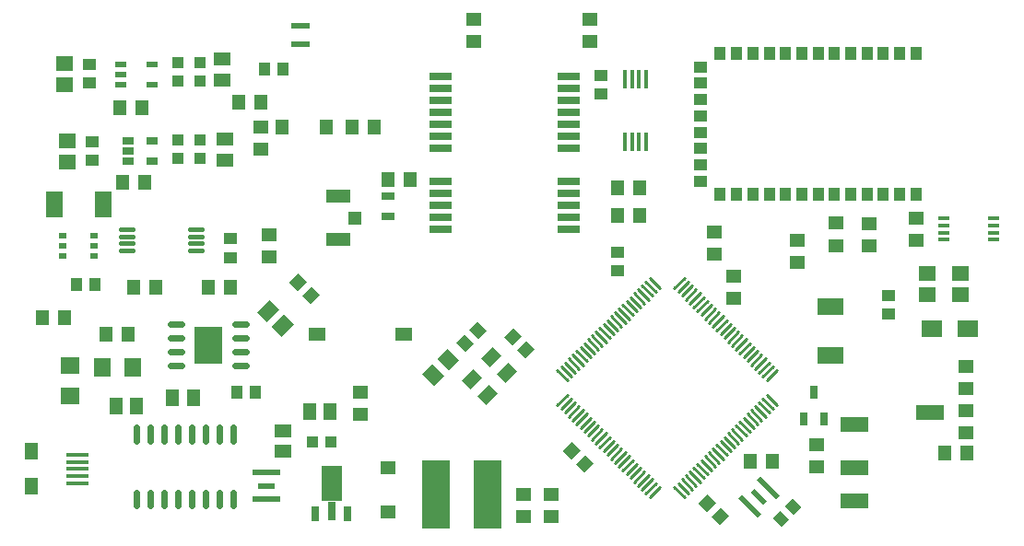
<source format=gtp>
G04 ---------------------------- Layer name :TOP PASTER LAYER*
G04 EasyEDA v5.8.22, Fri, 11 Jan 2019 07:15:20 GMT*
G04 170914981c5c4845b78ce8edf15725af*
G04 Gerber Generator version 0.2*
G04 Scale: 100 percent, Rotated: No, Reflected: No *
G04 Dimensions in millimeters *
G04 leading zeros omitted , absolute positions ,3 integer and 3 decimal *
%FSLAX33Y33*%
%MOMM*%
G90*
G71D02*

%ADD13C,0.599999*%
%ADD14C,0.399999*%
%ADD15C,0.280010*%
%ADD18R,2.400300X1.600200*%
%ADD19R,1.198880X1.099820*%
%ADD20R,1.521460X1.320800*%
%ADD21R,2.499995X1.400048*%
%ADD22R,0.699999X1.250010*%
%ADD23R,1.469898X1.160018*%
%ADD24R,1.600200X1.300480*%
%ADD25R,2.499995X6.300013*%
%ADD26R,1.470660X1.270000*%
%ADD27R,1.905000X3.302000*%
%ADD28R,0.711200X1.803400*%
%ADD29R,0.711200X1.346200*%
%ADD30R,1.300480X1.600200*%
%ADD31R,1.099820X1.000760*%
%ADD32R,1.099820X1.198880*%
%ADD34R,1.160018X1.469898*%
%ADD35R,1.600200X1.800860*%
%ADD36R,1.600200X2.400300*%
%ADD37R,1.000760X1.099820*%
%ADD38R,0.406400X1.803400*%
%ADD39R,1.300480X1.399540*%
%ADD40R,1.399540X1.300480*%
%ADD41R,1.799996X0.499999*%
%ADD42R,1.270000X1.470660*%
%ADD43R,1.800860X1.600200*%
%ADD44R,2.199996X1.199896*%
%ADD45R,1.299997X1.299997*%
%ADD46R,1.299997X0.699999*%
%ADD47R,1.899920X1.600200*%
%ADD48R,2.499995X0.499999*%
%ADD49R,1.599997X0.499999*%
%ADD50R,0.999998X0.551180*%
%ADD51R,2.499995X3.499866*%
%ADD52R,1.999996X0.450012*%
%ADD53R,1.199896X1.599997*%
%ADD54R,1.998980X0.800100*%
%ADD55R,0.800100X0.510540*%
%ADD56R,1.099820X0.398780*%
%ADD57R,1.499997X1.199896*%
%ADD58R,1.059993X0.650011*%
%ADD60R,1.300480X1.000760*%
%ADD61R,1.000760X1.300480*%

%LPD*%
G54D13*
G01X19997Y15875D02*
G01X20997Y15875D01*
G01X19997Y17145D02*
G01X20997Y17145D01*
G01X19997Y18415D02*
G01X20997Y18415D01*
G01X19997Y19685D02*
G01X20997Y19685D01*
G01X14054Y15875D02*
G01X15054Y15875D01*
G01X14054Y17145D02*
G01X15054Y17145D01*
G01X14054Y18415D02*
G01X15054Y18415D01*
G01X14054Y19685D02*
G01X15054Y19685D01*
G01X19812Y8975D02*
G01X19812Y10175D01*
G01X18542Y8975D02*
G01X18542Y10175D01*
G01X17272Y8975D02*
G01X17272Y10175D01*
G01X16002Y8975D02*
G01X16002Y10175D01*
G01X14732Y8975D02*
G01X14732Y10175D01*
G01X13462Y8975D02*
G01X13462Y10175D01*
G01X12192Y8975D02*
G01X12192Y10175D01*
G01X10922Y8975D02*
G01X10922Y10175D01*
G01X19812Y3032D02*
G01X19812Y4232D01*
G01X18542Y3032D02*
G01X18542Y4232D01*
G01X17272Y3032D02*
G01X17272Y4232D01*
G01X16002Y3032D02*
G01X16002Y4232D01*
G01X14732Y3032D02*
G01X14732Y4232D01*
G01X13462Y3032D02*
G01X13462Y4232D01*
G01X12192Y3032D02*
G01X12192Y4232D01*
G01X10922Y3032D02*
G01X10922Y4232D01*
G54D14*
G01X16958Y26466D02*
G01X15858Y26466D01*
G01X16958Y27117D02*
G01X15858Y27117D01*
G01X16958Y27767D02*
G01X15858Y27767D01*
G01X16958Y28417D02*
G01X15858Y28417D01*
G01X10557Y26466D02*
G01X9457Y26466D01*
G01X10557Y27117D02*
G01X9457Y27117D01*
G01X10557Y27767D02*
G01X9457Y27767D01*
G01X10557Y28417D02*
G01X9457Y28417D01*
G54D15*
G01X49553Y15470D02*
G01X50521Y14501D01*
G01X49906Y15824D02*
G01X50875Y14855D01*
G01X50260Y16177D02*
G01X51229Y15209D01*
G01X50613Y16531D02*
G01X51582Y15562D01*
G01X50967Y16884D02*
G01X51936Y15916D01*
G01X51320Y17238D02*
G01X52289Y16269D01*
G01X51674Y17592D02*
G01X52643Y16623D01*
G01X52027Y17945D02*
G01X52996Y16976D01*
G01X52381Y18299D02*
G01X53350Y17330D01*
G01X52735Y18652D02*
G01X53703Y17683D01*
G01X53088Y19006D02*
G01X54057Y18037D01*
G01X53442Y19359D02*
G01X54411Y18391D01*
G01X53795Y19713D02*
G01X54764Y18744D01*
G01X54149Y20067D02*
G01X55118Y19098D01*
G01X54502Y20420D02*
G01X55471Y19451D01*
G01X54856Y20774D02*
G01X55825Y19805D01*
G01X55209Y21127D02*
G01X56178Y20158D01*
G01X55563Y21481D02*
G01X56532Y20512D01*
G01X55917Y21834D02*
G01X56885Y20865D01*
G01X56270Y22188D02*
G01X57239Y21219D01*
G01X56624Y22541D02*
G01X57592Y21572D01*
G01X56977Y22895D02*
G01X57946Y21926D01*
G01X57331Y23248D02*
G01X58300Y22280D01*
G01X57684Y23602D02*
G01X58653Y22633D01*
G01X58038Y23956D02*
G01X59007Y22987D01*
G01X60301Y22987D02*
G01X61269Y23956D01*
G01X60654Y22633D02*
G01X61623Y23602D01*
G01X61008Y22280D02*
G01X61977Y23248D01*
G01X61361Y21926D02*
G01X62330Y22895D01*
G01X61715Y21572D02*
G01X62684Y22541D01*
G01X62068Y21219D02*
G01X63037Y22188D01*
G01X62422Y20865D02*
G01X63391Y21834D01*
G01X62775Y20512D02*
G01X63744Y21481D01*
G01X63129Y20158D02*
G01X64098Y21127D01*
G01X63482Y19805D02*
G01X64451Y20774D01*
G01X63836Y19451D02*
G01X64805Y20420D01*
G01X64190Y19098D02*
G01X65159Y20066D01*
G01X64543Y18744D02*
G01X65512Y19713D01*
G01X64897Y18390D02*
G01X65866Y19359D01*
G01X65250Y18037D02*
G01X66219Y19006D01*
G01X65604Y17683D02*
G01X66573Y18652D01*
G01X65957Y17330D02*
G01X66926Y18299D01*
G01X66311Y16976D02*
G01X67280Y17945D01*
G01X66665Y16623D02*
G01X67633Y17592D01*
G01X67018Y16269D02*
G01X67987Y17238D01*
G01X67372Y15916D02*
G01X68340Y16884D01*
G01X67725Y15562D02*
G01X68694Y16531D01*
G01X68079Y15209D02*
G01X69048Y16177D01*
G01X68432Y14855D02*
G01X69401Y15824D01*
G01X68786Y14501D02*
G01X69755Y15470D01*
G01X68786Y13208D02*
G01X69755Y12239D01*
G01X68432Y12854D02*
G01X69401Y11885D01*
G01X68079Y12500D02*
G01X69048Y11532D01*
G01X67725Y12147D02*
G01X68694Y11178D01*
G01X67372Y11793D02*
G01X68340Y10824D01*
G01X67018Y11440D02*
G01X67987Y10471D01*
G01X66665Y11086D02*
G01X67633Y10117D01*
G01X66311Y10733D02*
G01X67280Y9764D01*
G01X65957Y10379D02*
G01X66926Y9410D01*
G01X65604Y10026D02*
G01X66573Y9057D01*
G01X65250Y9672D02*
G01X66219Y8703D01*
G01X64897Y9319D02*
G01X65866Y8350D01*
G01X64543Y8965D02*
G01X65512Y7996D01*
G01X64190Y8611D02*
G01X65159Y7643D01*
G01X63836Y8258D02*
G01X64805Y7289D01*
G01X63483Y7904D02*
G01X64451Y6935D01*
G01X63129Y7551D02*
G01X64098Y6582D01*
G01X62775Y7197D02*
G01X63744Y6228D01*
G01X62422Y6844D02*
G01X63391Y5875D01*
G01X62068Y6490D02*
G01X63037Y5521D01*
G01X61715Y6136D02*
G01X62684Y5168D01*
G01X61361Y5783D02*
G01X62330Y4814D01*
G01X61008Y5429D02*
G01X61977Y4461D01*
G01X60654Y5076D02*
G01X61623Y4107D01*
G01X60301Y4722D02*
G01X61269Y3753D01*
G01X58038Y3753D02*
G01X59007Y4722D01*
G01X57684Y4107D02*
G01X58653Y5076D01*
G01X57331Y4461D02*
G01X58300Y5429D01*
G01X56977Y4814D02*
G01X57946Y5783D01*
G01X56624Y5168D02*
G01X57592Y6136D01*
G01X56270Y5521D02*
G01X57239Y6490D01*
G01X55917Y5875D02*
G01X56885Y6844D01*
G01X55563Y6228D02*
G01X56532Y7197D01*
G01X55209Y6582D02*
G01X56178Y7551D01*
G01X54856Y6935D02*
G01X55825Y7904D01*
G01X54502Y7289D02*
G01X55471Y8258D01*
G01X54149Y7642D02*
G01X55118Y8611D01*
G01X53795Y7996D02*
G01X54764Y8965D01*
G01X53442Y8349D02*
G01X54411Y9318D01*
G01X53088Y8703D02*
G01X54057Y9672D01*
G01X52734Y9057D02*
G01X53703Y10026D01*
G01X52381Y9410D02*
G01X53350Y10379D01*
G01X52027Y9764D02*
G01X52996Y10733D01*
G01X51674Y10117D02*
G01X52643Y11086D01*
G01X51320Y10471D02*
G01X52289Y11440D01*
G01X50967Y10824D02*
G01X51936Y11793D01*
G01X50613Y11178D02*
G01X51582Y12147D01*
G01X50260Y11532D02*
G01X51229Y12500D01*
G01X49906Y11885D02*
G01X50875Y12854D01*
G01X49553Y12239D02*
G01X50521Y13208D01*
G54D18*
G01X74677Y16799D03*
G01X74677Y21300D03*
G54D19*
G01X80010Y22350D03*
G01X80010Y20651D03*
G54D20*
G01X86615Y24335D03*
G01X86615Y22400D03*
G01X83567Y24335D03*
G01X83567Y22400D03*
G54D21*
G01X76864Y3453D03*
G01X76864Y6452D03*
G01X76864Y10453D03*
G01X83820Y11553D03*
G54D22*
G01X73152Y13441D03*
G01X74101Y10942D03*
G01X72202Y10942D03*
G54D23*
G01X73406Y6604D03*
G01X73406Y8636D03*
G54D24*
G01X24384Y9906D03*
G01X24384Y8006D03*
G54D25*
G01X43180Y4064D03*
G01X38455Y4064D03*
G54D26*
G01X34037Y2413D03*
G01X34037Y6527D03*
G54D27*
G01X28829Y5080D03*
G54D28*
G01X28829Y2514D03*
G54D29*
G01X27330Y2286D03*
G01X30327Y2286D03*
G54D30*
G01X28702Y11684D03*
G01X26802Y11684D03*
G54D31*
G01X28779Y8890D03*
G01X27103Y8890D03*
G36*
G01X45501Y19354D02*
G01X46278Y18577D01*
G01X45430Y17729D01*
G01X44653Y18506D01*
G01X45501Y19354D01*
G37*
G36*
G01X46702Y18153D02*
G01X47480Y17376D01*
G01X46631Y16527D01*
G01X45854Y17305D01*
G01X46702Y18153D01*
G37*
G36*
G01X52034Y6045D02*
G01X51257Y6822D01*
G01X52105Y7670D01*
G01X52882Y6893D01*
G01X52034Y6045D01*
G37*
G36*
G01X50833Y7246D02*
G01X50055Y8023D01*
G01X50904Y8872D01*
G01X51681Y8094D01*
G01X50833Y7246D01*
G37*
G54D19*
G01X55118Y24636D03*
G01X55118Y26335D03*
G36*
G01X64480Y1219D02*
G01X63703Y1996D01*
G01X64551Y2844D01*
G01X65328Y2067D01*
G01X64480Y1219D01*
G37*
G36*
G01X63279Y2420D02*
G01X62501Y3197D01*
G01X63350Y4046D01*
G01X64127Y3268D01*
G01X63279Y2420D01*
G37*
G36*
G01X70068Y2519D02*
G01X70848Y1742D01*
G01X70139Y1036D01*
G01X69362Y1813D01*
G01X70068Y2519D01*
G37*
G36*
G01X71201Y3652D02*
G01X71978Y2875D01*
G01X71272Y2166D01*
G01X70492Y2943D01*
G01X71201Y3652D01*
G37*
G54D34*
G01X67310Y7112D03*
G01X69342Y7112D03*
G54D23*
G01X87122Y9700D03*
G01X87122Y11732D03*
G36*
G01X44848Y14310D02*
G01X44028Y15130D01*
G01X45067Y16169D01*
G01X45887Y15349D01*
G01X44848Y14310D01*
G37*
G36*
G01X43411Y15748D02*
G01X42590Y16568D01*
G01X43629Y17607D01*
G01X44450Y16786D01*
G01X43411Y15748D01*
G37*
G36*
G01X43070Y12278D02*
G01X42250Y13098D01*
G01X43289Y14137D01*
G01X44109Y13317D01*
G01X43070Y12278D01*
G37*
G36*
G01X41633Y13716D02*
G01X40812Y14536D01*
G01X41851Y15575D01*
G01X42672Y14754D01*
G01X41633Y13716D01*
G37*
G01X46482Y4064D03*
G01X46482Y2032D03*
G01X49022Y4064D03*
G01X49022Y2032D03*
G54D35*
G01X7747Y15746D03*
G01X10541Y15746D03*
G54D36*
G01X3337Y30732D03*
G01X7838Y30732D03*
G54D34*
G01X8128Y18796D03*
G01X10160Y18796D03*
G54D32*
G01X21845Y13462D03*
G01X20146Y13462D03*
G54D30*
G01X10922Y12192D03*
G01X9022Y12192D03*
G54D23*
G01X31496Y13462D03*
G01X31496Y11430D03*
G01X71628Y25400D03*
G01X71628Y27432D03*
G54D19*
G01X6858Y36498D03*
G01X6858Y34799D03*
G54D24*
G01X19050Y34798D03*
G01X19050Y36697D03*
G54D37*
G01X16764Y36650D03*
G01X16764Y34974D03*
G01X14732Y36650D03*
G01X14732Y34974D03*
G54D38*
G01X57734Y42214D03*
G01X57073Y42214D03*
G01X56438Y42214D03*
G01X55778Y42214D03*
G01X55778Y36423D03*
G01X56438Y36423D03*
G01X57073Y36423D03*
G01X57734Y36423D03*
G54D34*
G01X19558Y23114D03*
G01X17526Y23114D03*
G54D39*
G01X22369Y40130D03*
G01X20269Y40130D03*
G54D23*
G01X22352Y37846D03*
G01X22352Y35814D03*
G54D34*
G01X34036Y33020D03*
G01X36068Y33020D03*
G54D40*
G01X75185Y26906D03*
G01X75185Y29006D03*
G54D24*
G01X18796Y42164D03*
G01X18796Y44063D03*
G54D37*
G01X16764Y43762D03*
G01X16764Y42086D03*
G01X14732Y43762D03*
G01X14732Y42086D03*
G54D19*
G01X19558Y25830D03*
G01X19558Y27529D03*
G54D34*
G01X12700Y23114D03*
G01X10668Y23114D03*
G01X2286Y20320D03*
G01X4318Y20320D03*
G54D41*
G01X25967Y45429D03*
G01X25967Y47128D03*
G54D42*
G01X24257Y37844D03*
G01X28371Y37844D03*
G54D34*
G01X32766Y37846D03*
G01X30734Y37846D03*
G54D32*
G01X24385Y43180D03*
G01X22686Y43180D03*
G54D43*
G01X4827Y15875D03*
G01X4827Y13081D03*
G54D23*
G01X64008Y26162D03*
G01X64008Y28194D03*
G01X65786Y22098D03*
G01X65786Y24130D03*
G54D34*
G01X57150Y29718D03*
G01X55118Y29718D03*
G01X57150Y32258D03*
G01X55118Y32258D03*
G54D44*
G01X29464Y27465D03*
G54D45*
G01X31013Y29464D03*
G54D44*
G01X29464Y31465D03*
G54D20*
G01X4319Y43639D03*
G01X4319Y41704D03*
G54D34*
G01X11381Y39624D03*
G01X9349Y39624D03*
G54D20*
G01X4573Y36527D03*
G01X4573Y34592D03*
G54D34*
G01X11635Y32766D03*
G01X9603Y32766D03*
G01X85138Y7874D03*
G01X87170Y7874D03*
G54D23*
G01X82550Y29464D03*
G01X82550Y27432D03*
G54D46*
G01X34036Y29591D03*
G01X34036Y31490D03*
G36*
G01X40256Y17990D02*
G01X41033Y18768D01*
G01X41882Y17919D01*
G01X41104Y17142D01*
G01X40256Y17990D01*
G37*
G36*
G01X41457Y19192D02*
G01X42235Y19969D01*
G01X43083Y19121D01*
G01X42306Y18343D01*
G01X41457Y19192D01*
G37*
G54D47*
G01X83947Y19304D03*
G01X87249Y19304D03*
G54D48*
G01X22860Y6024D03*
G54D49*
G01X22860Y4826D03*
G54D48*
G01X22860Y3627D03*
G36*
G01X68211Y5717D02*
G01X69979Y3949D01*
G01X69626Y3596D01*
G01X67858Y5364D01*
G01X68211Y5717D01*
G37*
G36*
G01X67683Y4551D02*
G01X68813Y3421D01*
G01X68460Y3068D01*
G01X67330Y4198D01*
G01X67683Y4551D01*
G37*
G36*
G01X66517Y4023D02*
G01X68285Y2255D01*
G01X67932Y1902D01*
G01X66164Y3670D01*
G01X66517Y4023D01*
G37*
G54D30*
G01X14224Y12954D03*
G01X16123Y12954D03*
G36*
G01X24277Y18531D02*
G01X23357Y19451D01*
G01X24490Y20584D01*
G01X25410Y19664D01*
G01X24277Y18531D01*
G37*
G36*
G01X22933Y19875D02*
G01X22014Y20794D01*
G01X23147Y21927D01*
G01X24066Y21008D01*
G01X22933Y19875D01*
G37*
G54D50*
G01X9474Y43610D03*
G01X9474Y42670D03*
G01X9474Y41730D03*
G01X12369Y41730D03*
G01X12369Y43610D03*
G36*
G01X26888Y21539D02*
G01X26111Y22316D01*
G01X26959Y23164D01*
G01X27736Y22387D01*
G01X26888Y21539D01*
G37*
G36*
G01X25687Y22740D02*
G01X24909Y23517D01*
G01X25758Y24366D01*
G01X26535Y23588D01*
G01X25687Y22740D01*
G37*
G54D23*
G01X23114Y27940D03*
G01X23114Y25908D03*
G54D51*
G01X17526Y17780D03*
G54D52*
G01X5527Y5060D03*
G01X5527Y5711D03*
G01X5527Y6360D03*
G01X5527Y7010D03*
G01X5527Y7659D03*
G54D53*
G01X1215Y4754D03*
G01X1231Y8034D03*
G54D54*
G01X38812Y42442D03*
G01X38812Y41349D03*
G01X38812Y40257D03*
G01X38812Y39140D03*
G01X38812Y38047D03*
G01X38812Y36955D03*
G01X38812Y35838D03*
G01X38812Y32840D03*
G01X38812Y31748D03*
G01X38812Y30656D03*
G01X38812Y29538D03*
G01X38812Y28446D03*
G01X50598Y28446D03*
G01X50598Y29538D03*
G01X50598Y30656D03*
G01X50598Y31748D03*
G01X50598Y32840D03*
G01X50598Y35838D03*
G01X50598Y36955D03*
G01X50598Y38047D03*
G01X50598Y39140D03*
G01X50598Y40257D03*
G01X50598Y41349D03*
G01X50598Y42442D03*
G54D55*
G01X7037Y25982D03*
G01X7037Y26922D03*
G01X7037Y27862D03*
G01X4141Y27862D03*
G01X4141Y26922D03*
G01X4141Y25982D03*
G54D56*
G01X85116Y29411D03*
G01X85116Y28776D03*
G01X85116Y28116D03*
G01X85116Y27481D03*
G01X89637Y27481D03*
G01X89637Y28116D03*
G01X89637Y28776D03*
G01X89637Y29411D03*
G54D57*
G01X35496Y18796D03*
G01X27495Y18796D03*
G54D19*
G01X53594Y42595D03*
G01X53594Y40896D03*
G01X6604Y43611D03*
G01X6604Y41912D03*
G54D32*
G01X7112Y23368D03*
G01X5412Y23368D03*
G54D58*
G01X10160Y36576D03*
G01X10160Y35626D03*
G01X10160Y34676D03*
G01X12359Y34676D03*
G01X12359Y36576D03*
G54D23*
G01X41910Y45720D03*
G01X41910Y47752D03*
G01X52578Y45720D03*
G01X52578Y47752D03*
G01X78232Y26924D03*
G01X78232Y28956D03*
G01X87122Y13764D03*
G01X87122Y15796D03*
G36*
G01X38541Y16503D02*
G01X39475Y17437D01*
G01X40551Y16361D01*
G01X39617Y15427D01*
G01X38541Y16503D01*
G37*
G36*
G01X37172Y15134D02*
G01X38106Y16068D01*
G01X39182Y14992D01*
G01X38248Y14058D01*
G01X37172Y15134D01*
G37*
G54D60*
G01X62738Y38862D03*
G01X62738Y43357D03*
G01X62738Y41859D03*
G01X62738Y40360D03*
G01X62738Y37338D03*
G01X62738Y35839D03*
G01X62738Y34340D03*
G01X62738Y32842D03*
G54D61*
G01X64541Y31597D03*
G01X66040Y31597D03*
G01X67538Y31597D03*
G01X69037Y31597D03*
G01X70535Y31597D03*
G01X72034Y31597D03*
G01X73533Y31597D03*
G01X75031Y31597D03*
G01X76530Y31597D03*
G01X78028Y31597D03*
G01X79527Y31597D03*
G01X81026Y31597D03*
G01X82550Y31597D03*
G01X82550Y44602D03*
G01X81026Y44602D03*
G01X79527Y44602D03*
G01X78028Y44602D03*
G01X76530Y44602D03*
G01X75031Y44602D03*
G01X73533Y44602D03*
G01X72034Y44602D03*
G01X70535Y44602D03*
G01X69037Y44602D03*
G01X67538Y44602D03*
G01X66040Y44602D03*
G01X64541Y44602D03*
M00*
M02*

</source>
